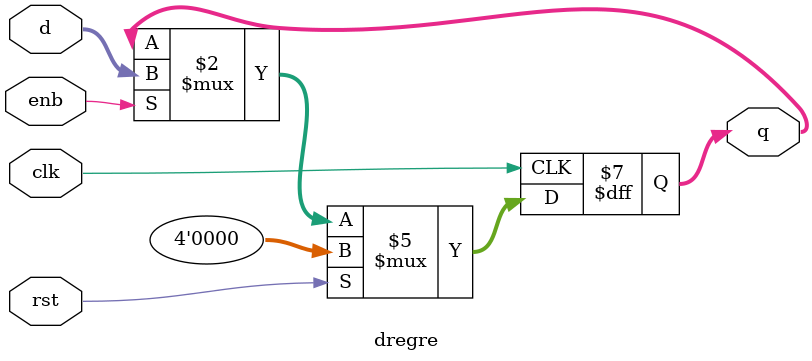
<source format=sv>

module dregre #(parameter W=4)
              (input logic clk, rst, enb,
               input logic [W-1:0] 	d,
               output logic [W-1:0] q);

    always_ff @(posedge clk) begin
        if (rst) q <= '0;
        else if (enb) q <= d;
    end

endmodule: dregre

</source>
